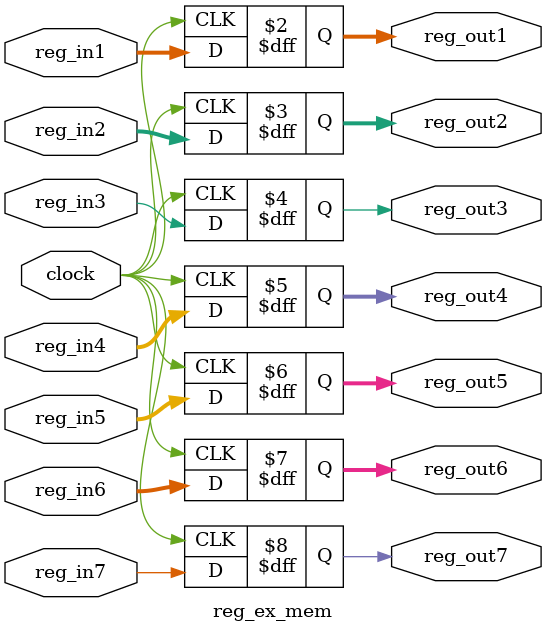
<source format=v>
	module reg_ex_mem(reg_out1,reg_out2,reg_out3,reg_out4,
			reg_out5,reg_out6,reg_out7,
		reg_in1,reg_in2,reg_in3,reg_in4,reg_in5,reg_in6,reg_in7,clock);
		
		input [0:31] reg_in1;
		input [0:31] reg_in2;
		input reg_in3;
		input [0:5] reg_in4;
		input [0:5] reg_in5;
		input [0:4] reg_in6;
		input reg_in7;
		input clock;
		
		output [0:31] reg_out1;
		output [0:31] reg_out2;
		output reg_out3;
		output [0:5] reg_out4;
		output [0:5] reg_out5;
		output [0:4] reg_out6;
		output reg_out7;
		 
		reg [0:31] reg_out1;
		reg [0:31] reg_out2;
		reg reg_out3;
		reg [0:5] reg_out4;
		reg [0:5] reg_out5;
		reg [0:4] reg_out6;
		reg reg_out7;

		
		always @ (posedge clock)
		begin 
			reg_out1=reg_in1;
			reg_out2=reg_in2;
			reg_out3=reg_in3;
			reg_out4=reg_in4;
			reg_out5=reg_in5;
			reg_out6=reg_in6;
			reg_out7=reg_in7;
		end
	endmodule

</source>
